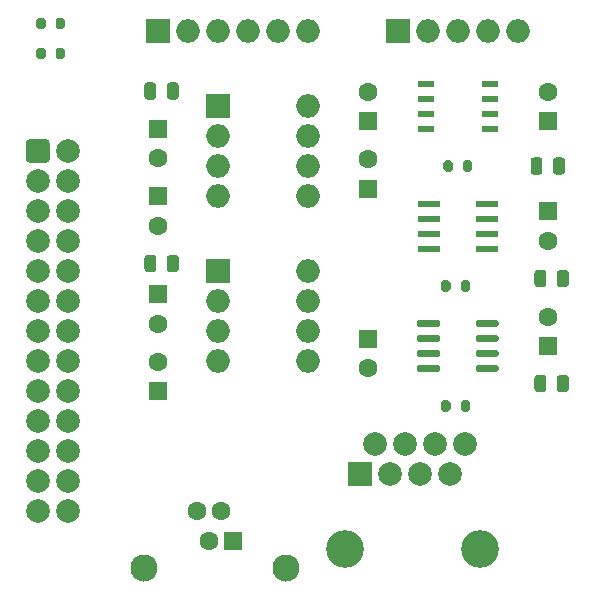
<source format=gbr>
%TF.GenerationSoftware,KiCad,Pcbnew,(5.1.10)-1*%
%TF.CreationDate,2021-07-14T11:27:17-06:00*%
%TF.ProjectId,HARDWARE,48415244-5741-4524-952e-6b696361645f,rev?*%
%TF.SameCoordinates,Original*%
%TF.FileFunction,Soldermask,Top*%
%TF.FilePolarity,Negative*%
%FSLAX46Y46*%
G04 Gerber Fmt 4.6, Leading zero omitted, Abs format (unit mm)*
G04 Created by KiCad (PCBNEW (5.1.10)-1) date 2021-07-14 11:27:17*
%MOMM*%
%LPD*%
G01*
G04 APERTURE LIST*
%ADD10O,2.000000X2.000000*%
%ADD11R,2.000000X2.000000*%
%ADD12C,1.600000*%
%ADD13C,2.300000*%
%ADD14R,1.600000X1.600000*%
%ADD15R,1.460500X0.533400*%
%ADD16R,1.970000X0.600000*%
%ADD17C,2.000000*%
%ADD18C,3.200000*%
G04 APERTURE END LIST*
D10*
%TO.C,J4*%
X80010000Y-49530000D03*
X77470000Y-49530000D03*
X74930000Y-49530000D03*
X72390000Y-49530000D03*
D11*
X69850000Y-49530000D03*
%TD*%
D12*
%TO.C,J5*%
X52820000Y-90170000D03*
D13*
X48350000Y-95010000D03*
D12*
X53840000Y-92710000D03*
X54860000Y-90170000D03*
D14*
X55880000Y-92710000D03*
D13*
X60350000Y-95010000D03*
%TD*%
%TO.C,R1*%
G36*
G01*
X74505000Y-60685000D02*
X74505000Y-61235000D01*
G75*
G02*
X74305000Y-61435000I-200000J0D01*
G01*
X73905000Y-61435000D01*
G75*
G02*
X73705000Y-61235000I0J200000D01*
G01*
X73705000Y-60685000D01*
G75*
G02*
X73905000Y-60485000I200000J0D01*
G01*
X74305000Y-60485000D01*
G75*
G02*
X74505000Y-60685000I0J-200000D01*
G01*
G37*
G36*
G01*
X76155000Y-60685000D02*
X76155000Y-61235000D01*
G75*
G02*
X75955000Y-61435000I-200000J0D01*
G01*
X75555000Y-61435000D01*
G75*
G02*
X75355000Y-61235000I0J200000D01*
G01*
X75355000Y-60685000D01*
G75*
G02*
X75555000Y-60485000I200000J0D01*
G01*
X75955000Y-60485000D01*
G75*
G02*
X76155000Y-60685000I0J-200000D01*
G01*
G37*
%TD*%
D15*
%TO.C,U1*%
X77654150Y-53975000D03*
X77654150Y-55245000D03*
X77654150Y-56515000D03*
X77654150Y-57785000D03*
X72205850Y-57785000D03*
X72205850Y-56515000D03*
X72205850Y-55245000D03*
X72205850Y-53975000D03*
%TD*%
%TO.C,R4*%
G36*
G01*
X74315000Y-81005000D02*
X74315000Y-81555000D01*
G75*
G02*
X74115000Y-81755000I-200000J0D01*
G01*
X73715000Y-81755000D01*
G75*
G02*
X73515000Y-81555000I0J200000D01*
G01*
X73515000Y-81005000D01*
G75*
G02*
X73715000Y-80805000I200000J0D01*
G01*
X74115000Y-80805000D01*
G75*
G02*
X74315000Y-81005000I0J-200000D01*
G01*
G37*
G36*
G01*
X75965000Y-81005000D02*
X75965000Y-81555000D01*
G75*
G02*
X75765000Y-81755000I-200000J0D01*
G01*
X75365000Y-81755000D01*
G75*
G02*
X75165000Y-81555000I0J200000D01*
G01*
X75165000Y-81005000D01*
G75*
G02*
X75365000Y-80805000I200000J0D01*
G01*
X75765000Y-80805000D01*
G75*
G02*
X75965000Y-81005000I0J-200000D01*
G01*
G37*
%TD*%
D12*
%TO.C,C5*%
X67310000Y-78065000D03*
D14*
X67310000Y-75565000D03*
%TD*%
%TO.C,U5*%
G36*
G01*
X76430000Y-74445000D02*
X76430000Y-74145000D01*
G75*
G02*
X76580000Y-73995000I150000J0D01*
G01*
X78230000Y-73995000D01*
G75*
G02*
X78380000Y-74145000I0J-150000D01*
G01*
X78380000Y-74445000D01*
G75*
G02*
X78230000Y-74595000I-150000J0D01*
G01*
X76580000Y-74595000D01*
G75*
G02*
X76430000Y-74445000I0J150000D01*
G01*
G37*
G36*
G01*
X76430000Y-75715000D02*
X76430000Y-75415000D01*
G75*
G02*
X76580000Y-75265000I150000J0D01*
G01*
X78230000Y-75265000D01*
G75*
G02*
X78380000Y-75415000I0J-150000D01*
G01*
X78380000Y-75715000D01*
G75*
G02*
X78230000Y-75865000I-150000J0D01*
G01*
X76580000Y-75865000D01*
G75*
G02*
X76430000Y-75715000I0J150000D01*
G01*
G37*
G36*
G01*
X76430000Y-76985000D02*
X76430000Y-76685000D01*
G75*
G02*
X76580000Y-76535000I150000J0D01*
G01*
X78230000Y-76535000D01*
G75*
G02*
X78380000Y-76685000I0J-150000D01*
G01*
X78380000Y-76985000D01*
G75*
G02*
X78230000Y-77135000I-150000J0D01*
G01*
X76580000Y-77135000D01*
G75*
G02*
X76430000Y-76985000I0J150000D01*
G01*
G37*
G36*
G01*
X76430000Y-78255000D02*
X76430000Y-77955000D01*
G75*
G02*
X76580000Y-77805000I150000J0D01*
G01*
X78230000Y-77805000D01*
G75*
G02*
X78380000Y-77955000I0J-150000D01*
G01*
X78380000Y-78255000D01*
G75*
G02*
X78230000Y-78405000I-150000J0D01*
G01*
X76580000Y-78405000D01*
G75*
G02*
X76430000Y-78255000I0J150000D01*
G01*
G37*
G36*
G01*
X71480000Y-78255000D02*
X71480000Y-77955000D01*
G75*
G02*
X71630000Y-77805000I150000J0D01*
G01*
X73280000Y-77805000D01*
G75*
G02*
X73430000Y-77955000I0J-150000D01*
G01*
X73430000Y-78255000D01*
G75*
G02*
X73280000Y-78405000I-150000J0D01*
G01*
X71630000Y-78405000D01*
G75*
G02*
X71480000Y-78255000I0J150000D01*
G01*
G37*
G36*
G01*
X71480000Y-76985000D02*
X71480000Y-76685000D01*
G75*
G02*
X71630000Y-76535000I150000J0D01*
G01*
X73280000Y-76535000D01*
G75*
G02*
X73430000Y-76685000I0J-150000D01*
G01*
X73430000Y-76985000D01*
G75*
G02*
X73280000Y-77135000I-150000J0D01*
G01*
X71630000Y-77135000D01*
G75*
G02*
X71480000Y-76985000I0J150000D01*
G01*
G37*
G36*
G01*
X71480000Y-75715000D02*
X71480000Y-75415000D01*
G75*
G02*
X71630000Y-75265000I150000J0D01*
G01*
X73280000Y-75265000D01*
G75*
G02*
X73430000Y-75415000I0J-150000D01*
G01*
X73430000Y-75715000D01*
G75*
G02*
X73280000Y-75865000I-150000J0D01*
G01*
X71630000Y-75865000D01*
G75*
G02*
X71480000Y-75715000I0J150000D01*
G01*
G37*
G36*
G01*
X71480000Y-74445000D02*
X71480000Y-74145000D01*
G75*
G02*
X71630000Y-73995000I150000J0D01*
G01*
X73280000Y-73995000D01*
G75*
G02*
X73430000Y-74145000I0J-150000D01*
G01*
X73430000Y-74445000D01*
G75*
G02*
X73280000Y-74595000I-150000J0D01*
G01*
X71630000Y-74595000D01*
G75*
G02*
X71480000Y-74445000I0J150000D01*
G01*
G37*
%TD*%
D10*
%TO.C,U4*%
X62230000Y-55880000D03*
X54610000Y-63500000D03*
X62230000Y-58420000D03*
X54610000Y-60960000D03*
X62230000Y-60960000D03*
X54610000Y-58420000D03*
X62230000Y-63500000D03*
D11*
X54610000Y-55880000D03*
%TD*%
D10*
%TO.C,U3*%
X62230000Y-69850000D03*
X54610000Y-77470000D03*
X62230000Y-72390000D03*
X54610000Y-74930000D03*
X62230000Y-74930000D03*
X54610000Y-72390000D03*
X62230000Y-77470000D03*
D11*
X54610000Y-69850000D03*
%TD*%
D16*
%TO.C,U2*%
X77400000Y-64135000D03*
X77400000Y-65405000D03*
X77400000Y-66675000D03*
X77400000Y-67945000D03*
X72460000Y-67945000D03*
X72460000Y-66675000D03*
X72460000Y-65405000D03*
X72460000Y-64135000D03*
%TD*%
%TO.C,R3*%
G36*
G01*
X40875000Y-49170000D02*
X40875000Y-48620000D01*
G75*
G02*
X41075000Y-48420000I200000J0D01*
G01*
X41475000Y-48420000D01*
G75*
G02*
X41675000Y-48620000I0J-200000D01*
G01*
X41675000Y-49170000D01*
G75*
G02*
X41475000Y-49370000I-200000J0D01*
G01*
X41075000Y-49370000D01*
G75*
G02*
X40875000Y-49170000I0J200000D01*
G01*
G37*
G36*
G01*
X39225000Y-49170000D02*
X39225000Y-48620000D01*
G75*
G02*
X39425000Y-48420000I200000J0D01*
G01*
X39825000Y-48420000D01*
G75*
G02*
X40025000Y-48620000I0J-200000D01*
G01*
X40025000Y-49170000D01*
G75*
G02*
X39825000Y-49370000I-200000J0D01*
G01*
X39425000Y-49370000D01*
G75*
G02*
X39225000Y-49170000I0J200000D01*
G01*
G37*
%TD*%
%TO.C,R2*%
G36*
G01*
X75165000Y-71395000D02*
X75165000Y-70845000D01*
G75*
G02*
X75365000Y-70645000I200000J0D01*
G01*
X75765000Y-70645000D01*
G75*
G02*
X75965000Y-70845000I0J-200000D01*
G01*
X75965000Y-71395000D01*
G75*
G02*
X75765000Y-71595000I-200000J0D01*
G01*
X75365000Y-71595000D01*
G75*
G02*
X75165000Y-71395000I0J200000D01*
G01*
G37*
G36*
G01*
X73515000Y-71395000D02*
X73515000Y-70845000D01*
G75*
G02*
X73715000Y-70645000I200000J0D01*
G01*
X74115000Y-70645000D01*
G75*
G02*
X74315000Y-70845000I0J-200000D01*
G01*
X74315000Y-71395000D01*
G75*
G02*
X74115000Y-71595000I-200000J0D01*
G01*
X73715000Y-71595000D01*
G75*
G02*
X73515000Y-71395000I0J200000D01*
G01*
G37*
%TD*%
D17*
%TO.C,J3*%
X75565000Y-84455000D03*
X74295000Y-86995000D03*
X73025000Y-84455000D03*
X71755000Y-86995000D03*
X70485000Y-84455000D03*
X69215000Y-86995000D03*
X67945000Y-84455000D03*
D11*
X66675000Y-86995000D03*
D18*
X65405000Y-93345000D03*
X76835000Y-93345000D03*
%TD*%
D10*
%TO.C,J2*%
X62230000Y-49530000D03*
X59690000Y-49530000D03*
X57150000Y-49530000D03*
X54610000Y-49530000D03*
X52070000Y-49530000D03*
D11*
X49530000Y-49530000D03*
%TD*%
D17*
%TO.C,J1*%
X41910000Y-90170000D03*
X41910000Y-87630000D03*
X41910000Y-85090000D03*
X41910000Y-82550000D03*
X41910000Y-80010000D03*
X41910000Y-77470000D03*
X41910000Y-74930000D03*
X41910000Y-72390000D03*
X41910000Y-69850000D03*
X41910000Y-67310000D03*
X41910000Y-64770000D03*
X41910000Y-62230000D03*
X41910000Y-59690000D03*
X39370000Y-90170000D03*
X39370000Y-87630000D03*
X39370000Y-85090000D03*
X39370000Y-82550000D03*
X39370000Y-80010000D03*
X39370000Y-77470000D03*
X39370000Y-74930000D03*
X39370000Y-72390000D03*
X39370000Y-69850000D03*
X39370000Y-67310000D03*
X39370000Y-64770000D03*
X39370000Y-62230000D03*
G36*
G01*
X38370000Y-60396000D02*
X38370000Y-58984000D01*
G75*
G02*
X38664000Y-58690000I294000J0D01*
G01*
X40076000Y-58690000D01*
G75*
G02*
X40370000Y-58984000I0J-294000D01*
G01*
X40370000Y-60396000D01*
G75*
G02*
X40076000Y-60690000I-294000J0D01*
G01*
X38664000Y-60690000D01*
G75*
G02*
X38370000Y-60396000I0J294000D01*
G01*
G37*
%TD*%
%TO.C,D1*%
G36*
G01*
X40875000Y-51710000D02*
X40875000Y-51160000D01*
G75*
G02*
X41075000Y-50960000I200000J0D01*
G01*
X41475000Y-50960000D01*
G75*
G02*
X41675000Y-51160000I0J-200000D01*
G01*
X41675000Y-51710000D01*
G75*
G02*
X41475000Y-51910000I-200000J0D01*
G01*
X41075000Y-51910000D01*
G75*
G02*
X40875000Y-51710000I0J200000D01*
G01*
G37*
G36*
G01*
X39225000Y-51710000D02*
X39225000Y-51160000D01*
G75*
G02*
X39425000Y-50960000I200000J0D01*
G01*
X39825000Y-50960000D01*
G75*
G02*
X40025000Y-51160000I0J-200000D01*
G01*
X40025000Y-51710000D01*
G75*
G02*
X39825000Y-51910000I-200000J0D01*
G01*
X39425000Y-51910000D01*
G75*
G02*
X39225000Y-51710000I0J200000D01*
G01*
G37*
%TD*%
%TO.C,C15*%
G36*
G01*
X83320000Y-79850000D02*
X83320000Y-78900000D01*
G75*
G02*
X83570000Y-78650000I250000J0D01*
G01*
X84070000Y-78650000D01*
G75*
G02*
X84320000Y-78900000I0J-250000D01*
G01*
X84320000Y-79850000D01*
G75*
G02*
X84070000Y-80100000I-250000J0D01*
G01*
X83570000Y-80100000D01*
G75*
G02*
X83320000Y-79850000I0J250000D01*
G01*
G37*
G36*
G01*
X81420000Y-79850000D02*
X81420000Y-78900000D01*
G75*
G02*
X81670000Y-78650000I250000J0D01*
G01*
X82170000Y-78650000D01*
G75*
G02*
X82420000Y-78900000I0J-250000D01*
G01*
X82420000Y-79850000D01*
G75*
G02*
X82170000Y-80100000I-250000J0D01*
G01*
X81670000Y-80100000D01*
G75*
G02*
X81420000Y-79850000I0J250000D01*
G01*
G37*
%TD*%
D12*
%TO.C,C14*%
X82550000Y-73700000D03*
D14*
X82550000Y-76200000D03*
%TD*%
%TO.C,C13*%
G36*
G01*
X83320000Y-70960000D02*
X83320000Y-70010000D01*
G75*
G02*
X83570000Y-69760000I250000J0D01*
G01*
X84070000Y-69760000D01*
G75*
G02*
X84320000Y-70010000I0J-250000D01*
G01*
X84320000Y-70960000D01*
G75*
G02*
X84070000Y-71210000I-250000J0D01*
G01*
X83570000Y-71210000D01*
G75*
G02*
X83320000Y-70960000I0J250000D01*
G01*
G37*
G36*
G01*
X81420000Y-70960000D02*
X81420000Y-70010000D01*
G75*
G02*
X81670000Y-69760000I250000J0D01*
G01*
X82170000Y-69760000D01*
G75*
G02*
X82420000Y-70010000I0J-250000D01*
G01*
X82420000Y-70960000D01*
G75*
G02*
X82170000Y-71210000I-250000J0D01*
G01*
X81670000Y-71210000D01*
G75*
G02*
X81420000Y-70960000I0J250000D01*
G01*
G37*
%TD*%
%TO.C,C12*%
G36*
G01*
X83000000Y-61435000D02*
X83000000Y-60485000D01*
G75*
G02*
X83250000Y-60235000I250000J0D01*
G01*
X83750000Y-60235000D01*
G75*
G02*
X84000000Y-60485000I0J-250000D01*
G01*
X84000000Y-61435000D01*
G75*
G02*
X83750000Y-61685000I-250000J0D01*
G01*
X83250000Y-61685000D01*
G75*
G02*
X83000000Y-61435000I0J250000D01*
G01*
G37*
G36*
G01*
X81100000Y-61435000D02*
X81100000Y-60485000D01*
G75*
G02*
X81350000Y-60235000I250000J0D01*
G01*
X81850000Y-60235000D01*
G75*
G02*
X82100000Y-60485000I0J-250000D01*
G01*
X82100000Y-61435000D01*
G75*
G02*
X81850000Y-61685000I-250000J0D01*
G01*
X81350000Y-61685000D01*
G75*
G02*
X81100000Y-61435000I0J250000D01*
G01*
G37*
%TD*%
%TO.C,C11*%
G36*
G01*
X49400000Y-54135000D02*
X49400000Y-55085000D01*
G75*
G02*
X49150000Y-55335000I-250000J0D01*
G01*
X48650000Y-55335000D01*
G75*
G02*
X48400000Y-55085000I0J250000D01*
G01*
X48400000Y-54135000D01*
G75*
G02*
X48650000Y-53885000I250000J0D01*
G01*
X49150000Y-53885000D01*
G75*
G02*
X49400000Y-54135000I0J-250000D01*
G01*
G37*
G36*
G01*
X51300000Y-54135000D02*
X51300000Y-55085000D01*
G75*
G02*
X51050000Y-55335000I-250000J0D01*
G01*
X50550000Y-55335000D01*
G75*
G02*
X50300000Y-55085000I0J250000D01*
G01*
X50300000Y-54135000D01*
G75*
G02*
X50550000Y-53885000I250000J0D01*
G01*
X51050000Y-53885000D01*
G75*
G02*
X51300000Y-54135000I0J-250000D01*
G01*
G37*
%TD*%
%TO.C,C10*%
G36*
G01*
X49400000Y-68740000D02*
X49400000Y-69690000D01*
G75*
G02*
X49150000Y-69940000I-250000J0D01*
G01*
X48650000Y-69940000D01*
G75*
G02*
X48400000Y-69690000I0J250000D01*
G01*
X48400000Y-68740000D01*
G75*
G02*
X48650000Y-68490000I250000J0D01*
G01*
X49150000Y-68490000D01*
G75*
G02*
X49400000Y-68740000I0J-250000D01*
G01*
G37*
G36*
G01*
X51300000Y-68740000D02*
X51300000Y-69690000D01*
G75*
G02*
X51050000Y-69940000I-250000J0D01*
G01*
X50550000Y-69940000D01*
G75*
G02*
X50300000Y-69690000I0J250000D01*
G01*
X50300000Y-68740000D01*
G75*
G02*
X50550000Y-68490000I250000J0D01*
G01*
X51050000Y-68490000D01*
G75*
G02*
X51300000Y-68740000I0J-250000D01*
G01*
G37*
%TD*%
D12*
%TO.C,C9*%
X82550000Y-67270000D03*
D14*
X82550000Y-64770000D03*
%TD*%
D12*
%TO.C,C8*%
X82550000Y-54650000D03*
D14*
X82550000Y-57150000D03*
%TD*%
D12*
%TO.C,C7*%
X49530000Y-60285000D03*
D14*
X49530000Y-57785000D03*
%TD*%
D12*
%TO.C,C6*%
X49530000Y-74295000D03*
D14*
X49530000Y-71795000D03*
%TD*%
D12*
%TO.C,C4*%
X49530000Y-66000000D03*
D14*
X49530000Y-63500000D03*
%TD*%
D12*
%TO.C,C3*%
X49530000Y-77510000D03*
D14*
X49530000Y-80010000D03*
%TD*%
D12*
%TO.C,C2*%
X67310000Y-60365000D03*
D14*
X67310000Y-62865000D03*
%TD*%
D12*
%TO.C,C1*%
X67310000Y-54650000D03*
D14*
X67310000Y-57150000D03*
%TD*%
M02*

</source>
